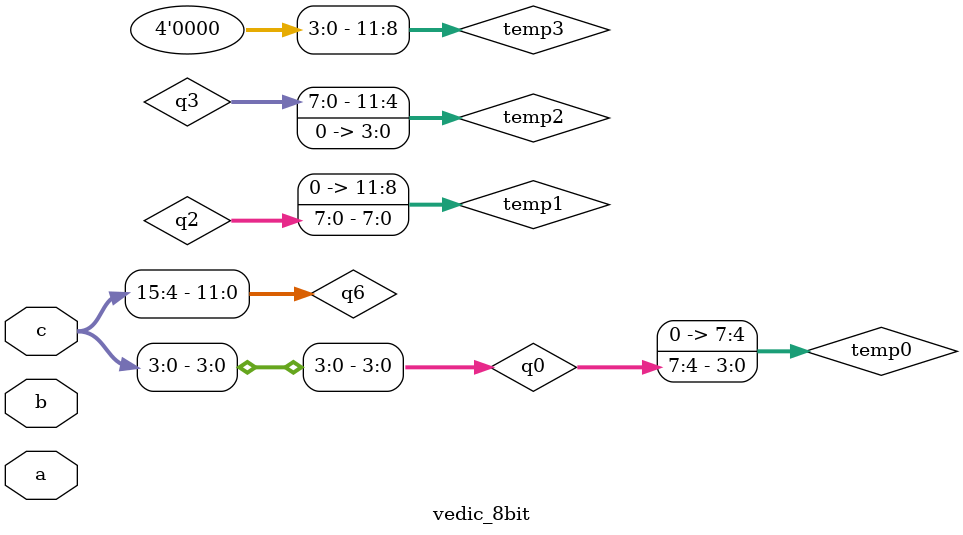
<source format=v>
`timescale 1ns / 1ps


module vedic_8bit(
    input [7:0] a,
    input [7:0] b,
    input [15:0] c
    );
    // temporary variables
   wire [7:0]q0;    
   wire [7:0]q1;    
   wire [7:0]q2;
   wire [7:0]q3;  
   wire [7:0]q4;
   wire [11:0]q5;
   wire [11:0]q6;  
   wire [7:0]temp0;
   wire [11:0]temp1;
   wire [11:0]temp2;
   wire [11:0]temp3;
  
   
   // using 4 2x2 multipliers
   vedic_4bit v1(a[3:0],b[3:0],q0[7:0]);
   vedic_4bit v2(a[7:4],b[3:0],q1[7:0]);
   vedic_4bit v3(a[3:0],b[7:4],q2[7:0]);
   vedic_4bit v4(a[7:4],b[7:4],q3[7:0]);
   
   
   // stage 1 adders 
   assign temp0 ={4'b0,q0[7:4]};
   assign temp1 ={4'b0,q2[7:0]};
   assign temp2 ={q3[7:0],4'b0};
   assign temp3={4'b0,q4[7:0]};
   
   half_adder_8bit h1(q1[7:0],temp0,q4);
   half_adder_12bit h2(temp1,temp2,q5);

  
   
   
   // stage 2 adder 
   half_adder_12bit h3(temp3,q5,q6);
   
   
   // fnal output assignment 
   assign c[3:0]=q0[3:0];
   assign c[15:4]=q6[11:0];

endmodule

</source>
